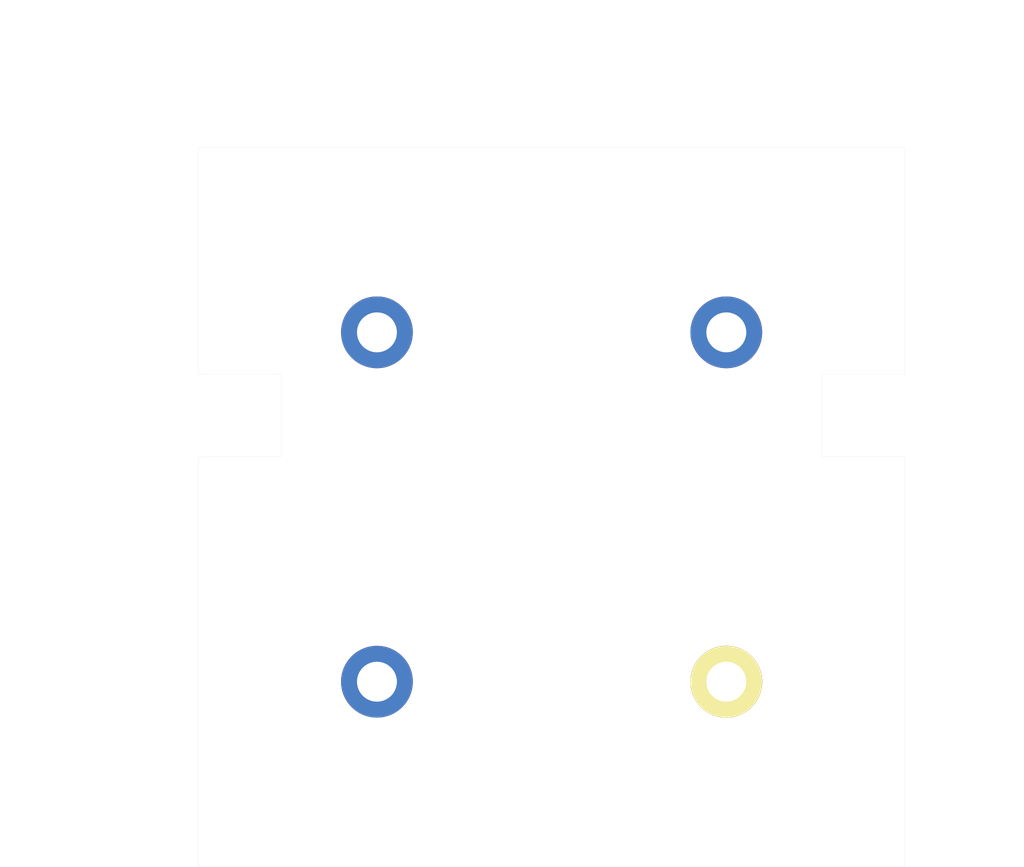
<source format=kicad_pcb>
(kicad_pcb (version 20221018) (generator pcbnew)
  (title_block (title "Enter Title On Page Setting Dialog") (rev "1") (company "Ashton Johnson"))
  (layers (0 "F.Cu" signal) (31 "B.Cu" signal) (35 "F.Paste" user) (37 "F.SilkS" user "F.Silkscreen") (39 "F.Mask" user) (44 "Edge.Cuts" user))
  (net 0 "")
  (footprint "1593K_FULL" (layer "F.Cu") (at 106.82024 110.12054)
    (fp_text reference "REF**" hide)
    (fp_text value "1593K_FULL" hide)
    (pad "" np_thru_hole circle locked (at -0.42 0.28) (size 5.75 5.75) (drill 3.2) (layers "*.Cu" "*.Mask") (clearance 1))
    (pad "" np_thru_hole circle locked (at -0.42 28.28) (size 5.75 5.75) (drill 3.2) (layers "*.Cu" "*.Mask") (clearance 1))
    (pad "" np_thru_hole circle locked (at 27.58 0.28) (size 5.75 5.75) (drill 3.2) (layers "*.Cu" "*.Mask") (clearance 1))
    (pad "" np_thru_hole circle locked (at 27.58 28.28) (size 5.75 5.75) (drill 3.2) (layers "*.Cu" "*.Mask" "F.SilkS") (clearance 1))
  )
  (gr_line (start 148.7 153.23) (end 92.09 153.23) (stroke (width 0.01)) (layer "Edge.Cuts"))
  (gr_line (start 142.08024 113.75054) (end 142.08024 120.38054) (stroke (width 0.01)) (layer "Edge.Cuts"))
  (gr_line (start 98.71 113.75) (end 92.09 113.75) (stroke (width 0.01)) (layer "Edge.Cuts"))
  (gr_line (start 98.71 120.38) (end 98.71 113.75) (stroke (width 0.01)) (layer "Edge.Cuts"))
  (gr_line (start 92.09 120.38) (end 98.71 120.38) (stroke (width 0.01)) (layer "Edge.Cuts"))
  (gr_line (start 148.7 95.57) (end 148.7 113.75) (stroke (width 0.01)) (layer "Edge.Cuts"))
  (gr_line (start 92.09 113.75) (end 92.09 95.57) (stroke (width 0.01)) (layer "Edge.Cuts"))
  (gr_line (start 142.08024 120.38054) (end 148.7 120.38) (stroke (width 0.01)) (layer "Edge.Cuts"))
  (gr_line (start 92.09 153.23) (end 92.09 120.38) (stroke (width 0.01)) (layer "Edge.Cuts"))
  (gr_line (start 148.7 113.75) (end 142.08024 113.75054) (stroke (width 0.01)) (layer "Edge.Cuts"))
  (gr_line (start 148.7 120.38) (end 148.7 153.23) (stroke (width 0.01)) (layer "Edge.Cuts"))
  (gr_line (start 92.09 95.57) (end 148.7 95.57) (stroke (width 0.01)) (layer "Edge.Cuts"))
)
</source>
